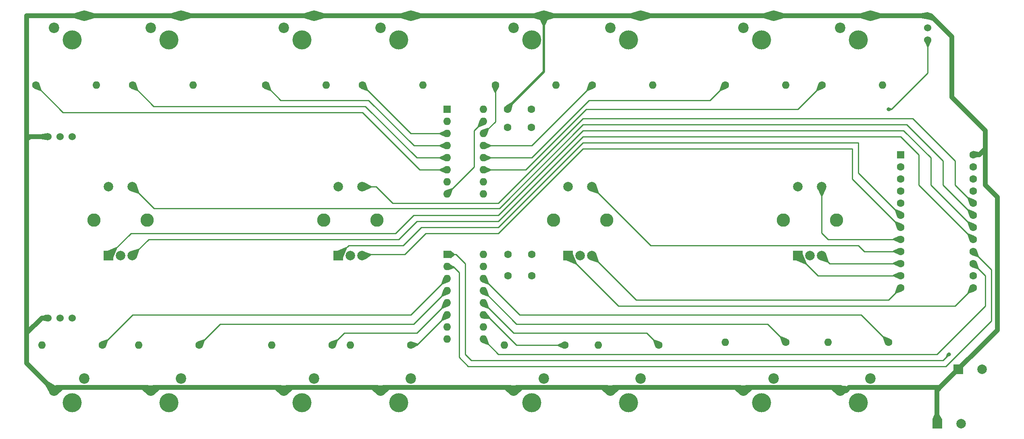
<source format=gtl>
G04 #@! TF.GenerationSoftware,KiCad,Pcbnew,7.0.6*
G04 #@! TF.CreationDate,2023-08-29T18:11:43+02:00*
G04 #@! TF.ProjectId,photo console,70686f74-6f20-4636-9f6e-736f6c652e6b,rev?*
G04 #@! TF.SameCoordinates,Original*
G04 #@! TF.FileFunction,Copper,L1,Top*
G04 #@! TF.FilePolarity,Positive*
%FSLAX46Y46*%
G04 Gerber Fmt 4.6, Leading zero omitted, Abs format (unit mm)*
G04 Created by KiCad (PCBNEW 7.0.6) date 2023-08-29 18:11:43*
%MOMM*%
%LPD*%
G01*
G04 APERTURE LIST*
G04 #@! TA.AperFunction,ComponentPad*
%ADD10C,4.000000*%
G04 #@! TD*
G04 #@! TA.AperFunction,ComponentPad*
%ADD11C,2.200000*%
G04 #@! TD*
G04 #@! TA.AperFunction,ComponentPad*
%ADD12C,1.600000*%
G04 #@! TD*
G04 #@! TA.AperFunction,ComponentPad*
%ADD13O,1.600000X1.600000*%
G04 #@! TD*
G04 #@! TA.AperFunction,ComponentPad*
%ADD14C,1.524000*%
G04 #@! TD*
G04 #@! TA.AperFunction,ComponentPad*
%ADD15R,2.000000X2.000000*%
G04 #@! TD*
G04 #@! TA.AperFunction,ComponentPad*
%ADD16C,2.000000*%
G04 #@! TD*
G04 #@! TA.AperFunction,ComponentPad*
%ADD17C,2.800000*%
G04 #@! TD*
G04 #@! TA.AperFunction,ComponentPad*
%ADD18R,1.600000X1.600000*%
G04 #@! TD*
G04 #@! TA.AperFunction,ViaPad*
%ADD19C,0.800000*%
G04 #@! TD*
G04 #@! TA.AperFunction,Conductor*
%ADD20C,0.250000*%
G04 #@! TD*
G04 #@! TA.AperFunction,Conductor*
%ADD21C,0.500000*%
G04 #@! TD*
G04 #@! TA.AperFunction,Conductor*
%ADD22C,1.000000*%
G04 #@! TD*
G04 APERTURE END LIST*
D10*
X215900000Y-127000000D03*
D11*
X218440000Y-121920000D03*
X212090000Y-124460000D03*
D10*
X195580000Y-127000000D03*
D11*
X198120000Y-121920000D03*
X191770000Y-124460000D03*
D10*
X167640000Y-127000000D03*
D11*
X170180000Y-121920000D03*
X163830000Y-124460000D03*
D10*
X147320000Y-127000000D03*
D11*
X149860000Y-121920000D03*
X143510000Y-124460000D03*
D10*
X119380000Y-127000000D03*
D11*
X121920000Y-121920000D03*
X115570000Y-124460000D03*
D10*
X99060000Y-127000000D03*
D11*
X101600000Y-121920000D03*
X95250000Y-124460000D03*
D10*
X71120000Y-127000000D03*
D11*
X73660000Y-121920000D03*
X67310000Y-124460000D03*
D10*
X50800000Y-127000000D03*
D11*
X53340000Y-121920000D03*
X46990000Y-124460000D03*
D10*
X215900000Y-50800000D03*
D11*
X218440000Y-45720000D03*
X212090000Y-48260000D03*
D10*
X195580000Y-50800000D03*
D11*
X198120000Y-45720000D03*
X191770000Y-48260000D03*
D10*
X167640000Y-50800000D03*
D11*
X170180000Y-45720000D03*
X163830000Y-48260000D03*
D10*
X147320000Y-50800000D03*
D11*
X149860000Y-45720000D03*
X143510000Y-48260000D03*
D10*
X119380000Y-50800000D03*
D11*
X121920000Y-45720000D03*
X115570000Y-48260000D03*
D10*
X99060000Y-50800000D03*
D11*
X101600000Y-45720000D03*
X95250000Y-48260000D03*
D10*
X71120000Y-50800000D03*
D11*
X73660000Y-45720000D03*
X67310000Y-48260000D03*
D10*
X50800000Y-50800000D03*
D11*
X53340000Y-45720000D03*
X46990000Y-48260000D03*
D12*
X173990000Y-114935000D03*
D13*
X161290000Y-114935000D03*
D12*
X200660000Y-114300000D03*
D13*
X187960000Y-114300000D03*
D14*
X45720000Y-71120000D03*
X48260000Y-71120000D03*
X50800000Y-71120000D03*
D12*
X142320000Y-100330000D03*
X147320000Y-100330000D03*
X208280000Y-60325000D03*
D13*
X220980000Y-60325000D03*
D12*
X105410000Y-114935000D03*
D13*
X92710000Y-114935000D03*
D12*
X111760000Y-60325000D03*
D13*
X124460000Y-60325000D03*
D12*
X43180000Y-60325000D03*
D13*
X55880000Y-60325000D03*
D12*
X222250000Y-114300000D03*
D13*
X209550000Y-114300000D03*
D15*
X236935000Y-120015000D03*
D16*
X241935000Y-120015000D03*
D12*
X91440000Y-60325000D03*
D13*
X104140000Y-60325000D03*
D15*
X106720000Y-96150000D03*
D16*
X111720000Y-96150000D03*
X109220000Y-96150000D03*
D17*
X103620000Y-88650000D03*
X114820000Y-88650000D03*
D16*
X106720000Y-81650000D03*
X111720000Y-81650000D03*
D15*
X154980000Y-96150000D03*
D16*
X159980000Y-96150000D03*
X157480000Y-96150000D03*
D17*
X151880000Y-88650000D03*
X163080000Y-88650000D03*
D16*
X154980000Y-81650000D03*
X159980000Y-81650000D03*
D14*
X45720000Y-109220000D03*
X48260000Y-109220000D03*
X50800000Y-109220000D03*
D15*
X232490000Y-131445000D03*
D16*
X237490000Y-131445000D03*
D15*
X58460000Y-96150000D03*
D16*
X63460000Y-96150000D03*
X60960000Y-96150000D03*
D17*
X55360000Y-88650000D03*
X66560000Y-88650000D03*
D16*
X58460000Y-81650000D03*
X63460000Y-81650000D03*
D12*
X57150000Y-114935000D03*
D13*
X44450000Y-114935000D03*
D14*
X230505000Y-45720000D03*
X230505000Y-48260000D03*
X230505000Y-50800000D03*
D12*
X187960000Y-60325000D03*
D13*
X200660000Y-60325000D03*
D12*
X139700000Y-60325000D03*
D13*
X152400000Y-60325000D03*
D12*
X154305000Y-114935000D03*
D13*
X141605000Y-114935000D03*
D12*
X77470000Y-114935000D03*
D13*
X64770000Y-114935000D03*
D18*
X129540000Y-65405000D03*
D13*
X129540000Y-67945000D03*
X129540000Y-70485000D03*
X129540000Y-73025000D03*
X129540000Y-75565000D03*
X129540000Y-78105000D03*
X129540000Y-80645000D03*
X129540000Y-83185000D03*
X137160000Y-83185000D03*
X137160000Y-80645000D03*
X137160000Y-78105000D03*
X137160000Y-75565000D03*
X137160000Y-73025000D03*
X137160000Y-70485000D03*
X137160000Y-67945000D03*
X137160000Y-65405000D03*
D12*
X63500000Y-60325000D03*
D13*
X76200000Y-60325000D03*
D12*
X160020000Y-60325000D03*
D13*
X172720000Y-60325000D03*
D12*
X121920000Y-114935000D03*
D13*
X109220000Y-114935000D03*
D18*
X129540000Y-95885000D03*
D13*
X129540000Y-98425000D03*
X129540000Y-100965000D03*
X129540000Y-103505000D03*
X129540000Y-106045000D03*
X129540000Y-108585000D03*
X129540000Y-111125000D03*
X129540000Y-113665000D03*
X137160000Y-113665000D03*
X137160000Y-111125000D03*
X137160000Y-108585000D03*
X137160000Y-106045000D03*
X137160000Y-103505000D03*
X137160000Y-100965000D03*
X137160000Y-98425000D03*
X137160000Y-95885000D03*
D18*
X224790000Y-74930000D03*
D12*
X224790000Y-77470000D03*
X224790000Y-80010000D03*
X224790000Y-82550000D03*
X224790000Y-85090000D03*
X224790000Y-87630000D03*
X224790000Y-90170000D03*
X224790000Y-92710000D03*
X224790000Y-95250000D03*
X224790000Y-97790000D03*
X224790000Y-100330000D03*
X224790000Y-102870000D03*
X240030000Y-102870000D03*
X240030000Y-100330000D03*
X240030000Y-97790000D03*
X240030000Y-95250000D03*
X240030000Y-92710000D03*
X240030000Y-90170000D03*
X240030000Y-87630000D03*
X240030000Y-85090000D03*
X240030000Y-82550000D03*
X240030000Y-80010000D03*
X240030000Y-77470000D03*
X240030000Y-74930000D03*
X142240000Y-69215000D03*
X147240000Y-69215000D03*
D15*
X203240000Y-96150000D03*
D16*
X208240000Y-96150000D03*
X205740000Y-96150000D03*
D17*
X200140000Y-88650000D03*
X211340000Y-88650000D03*
D16*
X203240000Y-81650000D03*
X208240000Y-81650000D03*
D12*
X142320000Y-95885000D03*
X147320000Y-95885000D03*
X142240000Y-65405000D03*
X147240000Y-65405000D03*
D19*
X234950000Y-116840000D03*
X222250000Y-65405000D03*
D20*
X123825000Y-78105000D02*
X129535000Y-78105000D01*
X48895000Y-66040000D02*
X111760000Y-66040000D01*
X43180000Y-60325000D02*
X48895000Y-66040000D01*
X111760000Y-66040000D02*
X123825000Y-78105000D01*
X123205000Y-75580000D02*
X112395000Y-64770000D01*
X112395000Y-64770000D02*
X67945000Y-64770000D01*
X67945000Y-64770000D02*
X63500000Y-60325000D01*
X129550000Y-75580000D02*
X123205000Y-75580000D01*
X113030000Y-63500000D02*
X94615000Y-63500000D01*
X94615000Y-63500000D02*
X91440000Y-60325000D01*
X129550000Y-73040000D02*
X122570000Y-73040000D01*
X122570000Y-73040000D02*
X113030000Y-63500000D01*
X129550000Y-70500000D02*
X121935000Y-70500000D01*
X121935000Y-70500000D02*
X111760000Y-60325000D01*
X184785000Y-63500000D02*
X159385000Y-63500000D01*
X159385000Y-63500000D02*
X147320000Y-75565000D01*
X137185000Y-75565000D02*
X137170000Y-75580000D01*
X187960000Y-60325000D02*
X184785000Y-63500000D01*
X147320000Y-75565000D02*
X137185000Y-75565000D01*
X137170000Y-78120000D02*
X137185000Y-78105000D01*
X146050000Y-78105000D02*
X158750000Y-65405000D01*
X203200000Y-65405000D02*
X208280000Y-60325000D01*
X158750000Y-65405000D02*
X203200000Y-65405000D01*
X137185000Y-78105000D02*
X146050000Y-78105000D01*
X105410000Y-114935000D02*
X107950000Y-112395000D01*
X107950000Y-112395000D02*
X123190000Y-112395000D01*
X123190000Y-112395000D02*
X129540000Y-106045000D01*
X122555000Y-110490000D02*
X81915000Y-110490000D01*
X129540000Y-103505000D02*
X122555000Y-110490000D01*
X81915000Y-110490000D02*
X77470000Y-114935000D01*
X121920000Y-108585000D02*
X129540000Y-100965000D01*
X63500000Y-108585000D02*
X121920000Y-108585000D01*
X57150000Y-114935000D02*
X63500000Y-108585000D01*
X144780000Y-108585000D02*
X137160000Y-100965000D01*
X222250000Y-114300000D02*
X216535000Y-108585000D01*
X216535000Y-108585000D02*
X144780000Y-108585000D01*
X144145000Y-110490000D02*
X196850000Y-110490000D01*
X137160000Y-103505000D02*
X144145000Y-110490000D01*
X196850000Y-110490000D02*
X200660000Y-114300000D01*
X143510000Y-112395000D02*
X171450000Y-112395000D01*
X171450000Y-112395000D02*
X173990000Y-114935000D01*
X137160000Y-106045000D02*
X143510000Y-112395000D01*
X144145000Y-114935000D02*
X137795000Y-108585000D01*
X137795000Y-108585000D02*
X137160000Y-108585000D01*
X154305000Y-114935000D02*
X144145000Y-114935000D01*
X172310000Y-93980000D02*
X159980000Y-81650000D01*
X217170000Y-95250000D02*
X224790000Y-95250000D01*
X215900000Y-93980000D02*
X172310000Y-93980000D01*
X215900000Y-93980000D02*
X217170000Y-95250000D01*
X209880000Y-97790000D02*
X208240000Y-96150000D01*
X224790000Y-97790000D02*
X209880000Y-97790000D01*
X242570000Y-106680000D02*
X232410000Y-116840000D01*
X242570000Y-100330000D02*
X242570000Y-106680000D01*
X240030000Y-97790000D02*
X242570000Y-100330000D01*
X140335000Y-116840000D02*
X137160000Y-113665000D01*
X232410000Y-116840000D02*
X140335000Y-116840000D01*
X207420000Y-100330000D02*
X203240000Y-96150000D01*
X224790000Y-100330000D02*
X207420000Y-100330000D01*
X208240000Y-91400000D02*
X208240000Y-81650000D01*
X209550000Y-92710000D02*
X224790000Y-92710000D01*
X209550000Y-92710000D02*
X208240000Y-91400000D01*
X236220000Y-106680000D02*
X165510000Y-106680000D01*
X165510000Y-106680000D02*
X154980000Y-96150000D01*
X240030000Y-102870000D02*
X236220000Y-106680000D01*
X159980000Y-96150000D02*
X169240000Y-105410000D01*
X222250000Y-105410000D02*
X224790000Y-102870000D01*
X169240000Y-105410000D02*
X222250000Y-105410000D01*
X130810000Y-98425000D02*
X132080000Y-99695000D01*
X243840000Y-99060000D02*
X240030000Y-95250000D01*
X234315000Y-119380000D02*
X243840000Y-109855000D01*
X132080000Y-117475000D02*
X133985000Y-119380000D01*
X132080000Y-99695000D02*
X132080000Y-117475000D01*
X243840000Y-109855000D02*
X243840000Y-99060000D01*
X129540000Y-98425000D02*
X130810000Y-98425000D01*
X133985000Y-119380000D02*
X234315000Y-119380000D01*
X133350000Y-97790000D02*
X131445000Y-95885000D01*
X134620000Y-118110000D02*
X133350000Y-116840000D01*
X133350000Y-116840000D02*
X133350000Y-97790000D01*
X131445000Y-95885000D02*
X129540000Y-95885000D01*
X233680000Y-118110000D02*
X134620000Y-118110000D01*
X234950000Y-116840000D02*
X233680000Y-118110000D01*
X139700000Y-67970000D02*
X137170000Y-70500000D01*
X139700000Y-60325000D02*
X139700000Y-67970000D01*
X160020000Y-60325000D02*
X147305000Y-73040000D01*
X147305000Y-73040000D02*
X137170000Y-73040000D01*
X121920000Y-114935000D02*
X123190000Y-114935000D01*
X123190000Y-114935000D02*
X129540000Y-108585000D01*
X140335000Y-90170000D02*
X158115000Y-72390000D01*
X215900000Y-78740000D02*
X215900000Y-72390000D01*
X124143198Y-90170000D02*
X140335000Y-90170000D01*
X108890000Y-93980000D02*
X120333198Y-93980000D01*
X120333198Y-93980000D02*
X124143198Y-90170000D01*
X158115000Y-72390000D02*
X215900000Y-72390000D01*
X224790000Y-87630000D02*
X215900000Y-78740000D01*
X106720000Y-96150000D02*
X108890000Y-93980000D01*
X120650000Y-95885000D02*
X125095000Y-91440000D01*
X140335000Y-91440000D02*
X158115000Y-73660000D01*
X158115000Y-73660000D02*
X214630000Y-73660000D01*
X224790000Y-90170000D02*
X214630000Y-80010000D01*
X125095000Y-91440000D02*
X140335000Y-91440000D01*
X111720000Y-96150000D02*
X111985000Y-95885000D01*
X111985000Y-95885000D02*
X120650000Y-95885000D01*
X214630000Y-80010000D02*
X214630000Y-73660000D01*
X158115000Y-69850000D02*
X225426396Y-69850000D01*
X58460000Y-96150000D02*
X63170000Y-91440000D01*
X231140000Y-75563604D02*
X231140000Y-81280000D01*
X225426396Y-69850000D02*
X231140000Y-75563604D01*
X118745000Y-91440000D02*
X122555000Y-87630000D01*
X63170000Y-91440000D02*
X118745000Y-91440000D01*
X140335000Y-87630000D02*
X158115000Y-69850000D01*
X231140000Y-81280000D02*
X240030000Y-90170000D01*
X122555000Y-87630000D02*
X140335000Y-87630000D01*
X140335000Y-88900000D02*
X123190000Y-88900000D01*
X228600000Y-81280000D02*
X228600000Y-74930000D01*
X123190000Y-88900000D02*
X119380000Y-92710000D01*
X158115000Y-71120000D02*
X140335000Y-88900000D01*
X119380000Y-92710000D02*
X66900000Y-92710000D01*
X224790000Y-71120000D02*
X158115000Y-71120000D01*
X240030000Y-92710000D02*
X228600000Y-81280000D01*
X66900000Y-92710000D02*
X63460000Y-96150000D01*
X228600000Y-74930000D02*
X224790000Y-71120000D01*
X233680000Y-81280000D02*
X233680000Y-76198604D01*
X240030000Y-87630000D02*
X233680000Y-81280000D01*
X233680000Y-76198604D02*
X226061396Y-68580000D01*
X158115000Y-68580000D02*
X140520000Y-86175000D01*
X67985000Y-86175000D02*
X140520000Y-86175000D01*
X226061396Y-68580000D02*
X158115000Y-68580000D01*
X63460000Y-81650000D02*
X67985000Y-86175000D01*
X158115000Y-67310000D02*
X140335000Y-85090000D01*
X236220000Y-76200000D02*
X227330000Y-67310000D01*
X227330000Y-67310000D02*
X158115000Y-67310000D01*
X114670000Y-81650000D02*
X118110000Y-85090000D01*
X111720000Y-81650000D02*
X114670000Y-81650000D01*
X236220000Y-81280000D02*
X236220000Y-76200000D01*
X140335000Y-85090000D02*
X118110000Y-85090000D01*
X240030000Y-85090000D02*
X236220000Y-81280000D01*
D21*
X149860000Y-45720000D02*
X149860000Y-57480000D01*
D22*
X231140000Y-45720000D02*
X230505000Y-45720000D01*
X191770000Y-124460000D02*
X191135000Y-123825000D01*
X212090000Y-124460000D02*
X211455000Y-123825000D01*
X213360000Y-124460000D02*
X213995000Y-123825000D01*
X41910000Y-71120000D02*
X45720000Y-71120000D01*
X218440000Y-45720000D02*
X198120000Y-45720000D01*
X198120000Y-45720000D02*
X170180000Y-45720000D01*
X164465000Y-123825000D02*
X163830000Y-124460000D01*
X121920000Y-45720000D02*
X149860000Y-45720000D01*
X191135000Y-123825000D02*
X164465000Y-123825000D01*
X143510000Y-124460000D02*
X142875000Y-123825000D01*
X212217000Y-123825000D02*
X212852000Y-124460000D01*
X242570000Y-81280000D02*
X242570000Y-73660000D01*
D21*
X149860000Y-57480000D02*
X142240000Y-65100000D01*
D22*
X94615000Y-123825000D02*
X67945000Y-123825000D01*
X73660000Y-45720000D02*
X101600000Y-45720000D01*
X210820000Y-123825000D02*
X210185000Y-123825000D01*
X41275000Y-112395000D02*
X41275000Y-118745000D01*
X230505000Y-45720000D02*
X218440000Y-45720000D01*
X210820000Y-123825000D02*
X192405000Y-123825000D01*
X212090000Y-124460000D02*
X213360000Y-124460000D01*
X95250000Y-124460000D02*
X94615000Y-123825000D01*
X235585000Y-50165000D02*
X231140000Y-45720000D01*
X53340000Y-45720000D02*
X41275000Y-45720000D01*
X114935000Y-123825000D02*
X95885000Y-123825000D01*
X41275000Y-71120000D02*
X41275000Y-112395000D01*
X241300000Y-74930000D02*
X240030000Y-74930000D01*
X47625000Y-123825000D02*
X46990000Y-124460000D01*
X44450000Y-109220000D02*
X45720000Y-109220000D01*
X41275000Y-45720000D02*
X41275000Y-71755000D01*
X116205000Y-123825000D02*
X115570000Y-124460000D01*
X242570000Y-69850000D02*
X235585000Y-62865000D01*
X242570000Y-73660000D02*
X242570000Y-69850000D01*
X233045000Y-123825000D02*
X233362500Y-123507500D01*
X115570000Y-124460000D02*
X114935000Y-123825000D01*
X233362500Y-123507500D02*
X245110000Y-111760000D01*
X242570000Y-81280000D02*
X245110000Y-83820000D01*
X144145000Y-123825000D02*
X143510000Y-124460000D01*
X192405000Y-123825000D02*
X191770000Y-124460000D01*
X163830000Y-124460000D02*
X163195000Y-123825000D01*
X67310000Y-124460000D02*
X66675000Y-123825000D01*
X41275000Y-112395000D02*
X44450000Y-109220000D01*
X66675000Y-123825000D02*
X47625000Y-123825000D01*
X210185000Y-123825000D02*
X212217000Y-123825000D01*
X101600000Y-45720000D02*
X121920000Y-45720000D01*
X245110000Y-111760000D02*
X245110000Y-83820000D01*
X211455000Y-123825000D02*
X210820000Y-123825000D01*
X163195000Y-123825000D02*
X144145000Y-123825000D01*
X142875000Y-123825000D02*
X116205000Y-123825000D01*
X41275000Y-71755000D02*
X41910000Y-71120000D01*
X53340000Y-45720000D02*
X73660000Y-45720000D01*
X170180000Y-45720000D02*
X149860000Y-45720000D01*
X67945000Y-123825000D02*
X67310000Y-124460000D01*
X232410000Y-124460000D02*
X232410000Y-131365000D01*
X235585000Y-62865000D02*
X235585000Y-50165000D01*
X41275000Y-118745000D02*
X46990000Y-124460000D01*
X95885000Y-123825000D02*
X95250000Y-124460000D01*
X213995000Y-123825000D02*
X233045000Y-123825000D01*
X242570000Y-73660000D02*
X241300000Y-74930000D01*
X232410000Y-131365000D02*
X232490000Y-131445000D01*
X232410000Y-124460000D02*
X233362500Y-123507500D01*
D20*
X135255000Y-69850000D02*
X135255000Y-77470000D01*
X137160000Y-67945000D02*
X135255000Y-69850000D01*
X135255000Y-77470000D02*
X129540000Y-83185000D01*
X222250000Y-65405000D02*
X222885000Y-65405000D01*
X222885000Y-65405000D02*
X230505000Y-57785000D01*
X230505000Y-57785000D02*
X230505000Y-50800000D01*
G04 #@! TA.AperFunction,Conductor*
G36*
X55431684Y-45217487D02*
G01*
X55438613Y-45223161D01*
X55440000Y-45228687D01*
X55440000Y-46211312D01*
X55436573Y-46219585D01*
X55431684Y-46222512D01*
X53795163Y-46717018D01*
X53786253Y-46716131D01*
X53781096Y-46710587D01*
X53341126Y-45724765D01*
X53340884Y-45715817D01*
X53341114Y-45715262D01*
X53781096Y-44729411D01*
X53787596Y-44723254D01*
X53795162Y-44722981D01*
X55431684Y-45217487D01*
G37*
G04 #@! TD.AperFunction*
G04 #@! TA.AperFunction,Conductor*
G36*
X207552252Y-60023541D02*
G01*
X207568939Y-60030431D01*
X208276212Y-60322437D01*
X208282551Y-60328762D01*
X208282562Y-60328787D01*
X208581456Y-61052743D01*
X208581445Y-61061698D01*
X208575106Y-61068023D01*
X208574568Y-61068229D01*
X207243987Y-61542275D01*
X207235043Y-61541824D01*
X207231787Y-61539527D01*
X207065472Y-61373212D01*
X207062045Y-61364939D01*
X207062722Y-61361018D01*
X207536771Y-60030428D01*
X207542774Y-60023788D01*
X207551718Y-60023337D01*
X207552252Y-60023541D01*
G37*
G04 #@! TD.AperFunction*
G04 #@! TA.AperFunction,Conductor*
G36*
X160901291Y-95772094D02*
G01*
X160907618Y-95778432D01*
X160907886Y-95779145D01*
X161480269Y-97468939D01*
X161479677Y-97477875D01*
X161477460Y-97480966D01*
X161310966Y-97647460D01*
X161302693Y-97650887D01*
X161298939Y-97650269D01*
X159609145Y-97077886D01*
X159602409Y-97071986D01*
X159601817Y-97063050D01*
X159602077Y-97062357D01*
X159977438Y-96153782D01*
X159983764Y-96147446D01*
X159983767Y-96147444D01*
X160892338Y-95772085D01*
X160901291Y-95772094D01*
G37*
G04 #@! TD.AperFunction*
G04 #@! TA.AperFunction,Conductor*
G36*
X238993982Y-86412723D02*
G01*
X240324569Y-86886771D01*
X240331211Y-86892774D01*
X240331662Y-86901718D01*
X240331456Y-86902256D01*
X240032562Y-87626212D01*
X240026237Y-87632551D01*
X240026212Y-87632562D01*
X239302256Y-87931456D01*
X239293301Y-87931445D01*
X239286976Y-87925106D01*
X239286780Y-87924596D01*
X238812724Y-86593984D01*
X238813175Y-86585043D01*
X238815469Y-86581790D01*
X238981788Y-86415471D01*
X238990060Y-86412045D01*
X238993982Y-86412723D01*
G37*
G04 #@! TD.AperFunction*
G04 #@! TA.AperFunction,Conductor*
G36*
X78514956Y-113718175D02*
G01*
X78518212Y-113720472D01*
X78684527Y-113886787D01*
X78687954Y-113895060D01*
X78687275Y-113898987D01*
X78213229Y-115229568D01*
X78207225Y-115236211D01*
X78198281Y-115236662D01*
X78197743Y-115236456D01*
X77473787Y-114937562D01*
X77467448Y-114931237D01*
X77467437Y-114931212D01*
X77168543Y-114207256D01*
X77168554Y-114198301D01*
X77174893Y-114191976D01*
X77175389Y-114191785D01*
X78506014Y-113717724D01*
X78514956Y-113718175D01*
G37*
G04 #@! TD.AperFunction*
G04 #@! TA.AperFunction,Conductor*
G36*
X137476724Y-74830932D02*
G01*
X137477240Y-74831161D01*
X138753317Y-75436828D01*
X138759321Y-75443471D01*
X138760000Y-75447398D01*
X138760000Y-75682601D01*
X138756573Y-75690874D01*
X138753317Y-75693171D01*
X137477251Y-76298833D01*
X137468307Y-76299284D01*
X137461664Y-76293280D01*
X137461430Y-76292753D01*
X137410604Y-76170448D01*
X137160864Y-75569487D01*
X137160854Y-75560538D01*
X137461430Y-74837245D01*
X137467769Y-74830921D01*
X137476724Y-74830932D01*
G37*
G04 #@! TD.AperFunction*
G04 #@! TA.AperFunction,Conductor*
G36*
X172271684Y-45217487D02*
G01*
X172278613Y-45223161D01*
X172280000Y-45228687D01*
X172280000Y-46211312D01*
X172276573Y-46219585D01*
X172271684Y-46222512D01*
X170635163Y-46717018D01*
X170626253Y-46716131D01*
X170621096Y-46710587D01*
X170181126Y-45724765D01*
X170180884Y-45715817D01*
X170181114Y-45715262D01*
X170621096Y-44729411D01*
X170627596Y-44723254D01*
X170635162Y-44722981D01*
X172271684Y-45217487D01*
G37*
G04 #@! TD.AperFunction*
G04 #@! TA.AperFunction,Conductor*
G36*
X155977935Y-95740346D02*
G01*
X155984261Y-95746684D01*
X155984344Y-95746889D01*
X156772706Y-97761593D01*
X156772529Y-97770546D01*
X156770083Y-97774129D01*
X156604129Y-97940083D01*
X156595856Y-97943510D01*
X156591593Y-97942706D01*
X154576890Y-97154344D01*
X154570434Y-97148138D01*
X154570257Y-97139185D01*
X154570310Y-97139053D01*
X154977438Y-96153780D01*
X154983759Y-96147447D01*
X155968981Y-95740339D01*
X155977935Y-95740346D01*
G37*
G04 #@! TD.AperFunction*
G04 #@! TA.AperFunction,Conductor*
G36*
X130348211Y-95091928D02*
G01*
X131135845Y-95756494D01*
X131139958Y-95764448D01*
X131140000Y-95765436D01*
X131140000Y-96004563D01*
X131136573Y-96012836D01*
X131135845Y-96013505D01*
X130348211Y-96678071D01*
X130339678Y-96680787D01*
X130332398Y-96677407D01*
X129872564Y-96218148D01*
X129547287Y-95893277D01*
X129543856Y-95885007D01*
X129547278Y-95876732D01*
X129547288Y-95876722D01*
X129658713Y-95765436D01*
X130332398Y-95092591D01*
X130340673Y-95089170D01*
X130348211Y-95091928D01*
G37*
G04 #@! TD.AperFunction*
G04 #@! TA.AperFunction,Conductor*
G36*
X121473746Y-44723868D02*
G01*
X121478903Y-44729412D01*
X121701728Y-45228687D01*
X121918872Y-45715231D01*
X121919115Y-45724182D01*
X121918872Y-45724767D01*
X121478904Y-46710586D01*
X121472403Y-46716745D01*
X121464836Y-46717018D01*
X119828316Y-46222512D01*
X119821387Y-46216838D01*
X119820000Y-46211312D01*
X119820000Y-45228687D01*
X119823427Y-45220414D01*
X119828315Y-45217487D01*
X121464837Y-44722981D01*
X121473746Y-44723868D01*
G37*
G04 #@! TD.AperFunction*
G04 #@! TA.AperFunction,Conductor*
G36*
X112113185Y-80731335D02*
G01*
X112113860Y-80731641D01*
X113713482Y-81521780D01*
X113719382Y-81528516D01*
X113720000Y-81532270D01*
X113720000Y-81767729D01*
X113716573Y-81776002D01*
X113713482Y-81778219D01*
X112113880Y-82568349D01*
X112104944Y-82568941D01*
X112098208Y-82563041D01*
X112097893Y-82562346D01*
X112084594Y-82530323D01*
X111720862Y-81654485D01*
X111720854Y-81645535D01*
X112097893Y-80737652D01*
X112104231Y-80731326D01*
X112113185Y-80731335D01*
G37*
G04 #@! TD.AperFunction*
G04 #@! TA.AperFunction,Conductor*
G36*
X200211684Y-45217487D02*
G01*
X200218613Y-45223161D01*
X200220000Y-45228687D01*
X200220000Y-46211312D01*
X200216573Y-46219585D01*
X200211684Y-46222512D01*
X198575163Y-46717018D01*
X198566253Y-46716131D01*
X198561096Y-46710587D01*
X198121126Y-45724765D01*
X198120884Y-45715817D01*
X198121114Y-45715262D01*
X198561096Y-44729411D01*
X198567596Y-44723254D01*
X198575162Y-44722981D01*
X200211684Y-45217487D01*
G37*
G04 #@! TD.AperFunction*
G04 #@! TA.AperFunction,Conductor*
G36*
X128812252Y-103203541D02*
G01*
X128828939Y-103210431D01*
X129536212Y-103502437D01*
X129542551Y-103508762D01*
X129542562Y-103508787D01*
X129841456Y-104232743D01*
X129841445Y-104241698D01*
X129835106Y-104248023D01*
X129834568Y-104248229D01*
X128503987Y-104722275D01*
X128495043Y-104721824D01*
X128491787Y-104719527D01*
X128325472Y-104553212D01*
X128322045Y-104544939D01*
X128322722Y-104541018D01*
X128796771Y-103210428D01*
X128802774Y-103203788D01*
X128811718Y-103203337D01*
X128812252Y-103203541D01*
G37*
G04 #@! TD.AperFunction*
G04 #@! TA.AperFunction,Conductor*
G36*
X240766698Y-97488554D02*
G01*
X240773023Y-97494893D01*
X240773227Y-97495426D01*
X241141495Y-98529104D01*
X241247275Y-98826012D01*
X241246824Y-98834956D01*
X241244527Y-98838212D01*
X241078212Y-99004527D01*
X241069939Y-99007954D01*
X241066013Y-99007275D01*
X239735430Y-98533228D01*
X239728788Y-98527225D01*
X239728337Y-98518281D01*
X239728536Y-98517760D01*
X240027438Y-97793785D01*
X240033762Y-97787448D01*
X240033764Y-97787446D01*
X240757744Y-97488543D01*
X240766698Y-97488554D01*
G37*
G04 #@! TD.AperFunction*
G04 #@! TA.AperFunction,Conductor*
G36*
X45715070Y-70362325D02*
G01*
X45719849Y-70369898D01*
X45720018Y-70371865D01*
X45721000Y-71120000D01*
X45720018Y-71868134D01*
X45716580Y-71876403D01*
X45708303Y-71879819D01*
X45706336Y-71879650D01*
X44205718Y-71621670D01*
X44198145Y-71616891D01*
X44196000Y-71610139D01*
X44196000Y-70629860D01*
X44199427Y-70621587D01*
X44205717Y-70618329D01*
X45706336Y-70360349D01*
X45715070Y-70362325D01*
G37*
G04 #@! TD.AperFunction*
G04 #@! TA.AperFunction,Conductor*
G36*
X129238331Y-72296727D02*
G01*
X129238618Y-72297363D01*
X129539134Y-73020510D01*
X129539144Y-73029463D01*
X129539135Y-73029485D01*
X129539134Y-73029490D01*
X129238529Y-73752851D01*
X129232190Y-73759176D01*
X129223235Y-73759165D01*
X129222800Y-73758974D01*
X127949759Y-73168144D01*
X127943697Y-73161552D01*
X127942984Y-73157531D01*
X127942984Y-72922313D01*
X127946411Y-72914040D01*
X127949558Y-72911796D01*
X129222690Y-72291335D01*
X129231627Y-72290792D01*
X129238331Y-72296727D01*
G37*
G04 #@! TD.AperFunction*
G04 #@! TA.AperFunction,Conductor*
G36*
X103691684Y-45217487D02*
G01*
X103698613Y-45223161D01*
X103700000Y-45228687D01*
X103700000Y-46211312D01*
X103696573Y-46219585D01*
X103691684Y-46222512D01*
X102055163Y-46717018D01*
X102046253Y-46716131D01*
X102041096Y-46710587D01*
X101601126Y-45724765D01*
X101600884Y-45715816D01*
X101601108Y-45715275D01*
X102041096Y-44729411D01*
X102047596Y-44723254D01*
X102055162Y-44722981D01*
X103691684Y-45217487D01*
G37*
G04 #@! TD.AperFunction*
G04 #@! TA.AperFunction,Conductor*
G36*
X210228719Y-123325341D02*
G01*
X211997965Y-123375911D01*
X212006135Y-123379572D01*
X212009295Y-123386717D01*
X212090591Y-124454635D01*
X212087802Y-124463144D01*
X212087193Y-124463801D01*
X211319738Y-125230271D01*
X211311462Y-125233693D01*
X211303980Y-125230981D01*
X210220966Y-124328508D01*
X210216804Y-124320580D01*
X210216756Y-124319520D01*
X210216756Y-123337038D01*
X210220183Y-123328765D01*
X210228456Y-123325338D01*
X210228719Y-123325341D01*
G37*
G04 #@! TD.AperFunction*
G04 #@! TA.AperFunction,Conductor*
G36*
X223753982Y-86412723D02*
G01*
X225084569Y-86886771D01*
X225091211Y-86892774D01*
X225091662Y-86901718D01*
X225091456Y-86902256D01*
X224792562Y-87626212D01*
X224786237Y-87632551D01*
X224786212Y-87632562D01*
X224062256Y-87931456D01*
X224053301Y-87931445D01*
X224046976Y-87925106D01*
X224046780Y-87924596D01*
X223572724Y-86593984D01*
X223573175Y-86585043D01*
X223575469Y-86581790D01*
X223741788Y-86415471D01*
X223750060Y-86412045D01*
X223753982Y-86412723D01*
G37*
G04 #@! TD.AperFunction*
G04 #@! TA.AperFunction,Conductor*
G36*
X129238331Y-69756727D02*
G01*
X129238618Y-69757363D01*
X129539134Y-70480510D01*
X129539144Y-70489463D01*
X129539135Y-70489485D01*
X129539134Y-70489490D01*
X129238529Y-71212851D01*
X129232190Y-71219176D01*
X129223235Y-71219165D01*
X129222800Y-71218974D01*
X127949759Y-70628144D01*
X127943697Y-70621552D01*
X127942984Y-70617531D01*
X127942984Y-70382313D01*
X127946411Y-70374040D01*
X127949558Y-70371796D01*
X129222690Y-69751335D01*
X129231627Y-69750792D01*
X129238331Y-69756727D01*
G37*
G04 #@! TD.AperFunction*
G04 #@! TA.AperFunction,Conductor*
G36*
X69179577Y-123328532D02*
G01*
X69183239Y-123336704D01*
X69183244Y-123337038D01*
X69183244Y-124319520D01*
X69179817Y-124327793D01*
X69179034Y-124328508D01*
X68096019Y-125230981D01*
X68087469Y-125233645D01*
X68080261Y-125230271D01*
X67312806Y-124463801D01*
X67309374Y-124455531D01*
X67309408Y-124454635D01*
X67319010Y-124328508D01*
X67390703Y-123386716D01*
X67394748Y-123378728D01*
X67402032Y-123375911D01*
X69171212Y-123325343D01*
X69179577Y-123328532D01*
G37*
G04 #@! TD.AperFunction*
G04 #@! TA.AperFunction,Conductor*
G36*
X137476724Y-77370932D02*
G01*
X137477240Y-77371161D01*
X138753317Y-77976828D01*
X138759321Y-77983471D01*
X138760000Y-77987398D01*
X138760000Y-78222601D01*
X138756573Y-78230874D01*
X138753317Y-78233171D01*
X137477251Y-78838833D01*
X137468307Y-78839284D01*
X137461664Y-78833280D01*
X137461430Y-78832753D01*
X137410604Y-78710448D01*
X137160864Y-78109487D01*
X137160854Y-78100538D01*
X137461430Y-77377245D01*
X137467769Y-77370921D01*
X137476724Y-77370932D01*
G37*
G04 #@! TD.AperFunction*
G04 #@! TA.AperFunction,Conductor*
G36*
X130113702Y-97864867D02*
G01*
X131120212Y-98561976D01*
X131125061Y-98569502D01*
X131123167Y-98578255D01*
X131121822Y-98579866D01*
X130956743Y-98744945D01*
X130952592Y-98747622D01*
X129856739Y-99160116D01*
X129847789Y-99159823D01*
X129841810Y-99153649D01*
X129542292Y-98431525D01*
X129542288Y-98422572D01*
X129544833Y-98418766D01*
X130098781Y-97866201D01*
X130107056Y-97862786D01*
X130113702Y-97864867D01*
G37*
G04 #@! TD.AperFunction*
G04 #@! TA.AperFunction,Conductor*
G36*
X223753982Y-88952723D02*
G01*
X225084569Y-89426771D01*
X225091211Y-89432774D01*
X225091662Y-89441718D01*
X225091456Y-89442256D01*
X224792562Y-90166212D01*
X224786237Y-90172551D01*
X224786212Y-90172562D01*
X224062256Y-90471456D01*
X224053301Y-90471445D01*
X224046976Y-90465106D01*
X224046780Y-90464596D01*
X223572724Y-89133984D01*
X223573175Y-89125043D01*
X223575469Y-89121790D01*
X223741788Y-88955471D01*
X223750060Y-88952045D01*
X223753982Y-88952723D01*
G37*
G04 #@! TD.AperFunction*
G04 #@! TA.AperFunction,Conductor*
G36*
X197673746Y-44723868D02*
G01*
X197678904Y-44729413D01*
X198118872Y-45715232D01*
X198119115Y-45724183D01*
X198118872Y-45724768D01*
X197678904Y-46710586D01*
X197672403Y-46716745D01*
X197664836Y-46717018D01*
X196028316Y-46222512D01*
X196021387Y-46216838D01*
X196020000Y-46211312D01*
X196020000Y-45228687D01*
X196023427Y-45220414D01*
X196028315Y-45217487D01*
X197664837Y-44722981D01*
X197673746Y-44723868D01*
G37*
G04 #@! TD.AperFunction*
G04 #@! TA.AperFunction,Conductor*
G36*
X43916698Y-60023554D02*
G01*
X43923023Y-60029893D01*
X43923227Y-60030426D01*
X44291495Y-61064104D01*
X44397275Y-61361012D01*
X44396824Y-61369956D01*
X44394527Y-61373212D01*
X44228212Y-61539527D01*
X44219939Y-61542954D01*
X44216013Y-61542275D01*
X42885430Y-61068228D01*
X42878788Y-61062225D01*
X42878337Y-61053281D01*
X42878536Y-61052760D01*
X43177438Y-60328785D01*
X43183762Y-60322448D01*
X43183764Y-60322446D01*
X43907744Y-60023543D01*
X43916698Y-60023554D01*
G37*
G04 #@! TD.AperFunction*
G04 #@! TA.AperFunction,Conductor*
G36*
X108340546Y-94357470D02*
G01*
X108344129Y-94359916D01*
X108510083Y-94525870D01*
X108513510Y-94534143D01*
X108512706Y-94538406D01*
X107724344Y-96553110D01*
X107718138Y-96559566D01*
X107709185Y-96559743D01*
X107708980Y-96559660D01*
X106723782Y-96152562D01*
X106717446Y-96146238D01*
X106310339Y-95161018D01*
X106310346Y-95152064D01*
X106316684Y-95145738D01*
X106316863Y-95145665D01*
X108331593Y-94357293D01*
X108340546Y-94357470D01*
G37*
G04 #@! TD.AperFunction*
G04 #@! TA.AperFunction,Conductor*
G36*
X193639577Y-123328532D02*
G01*
X193643239Y-123336704D01*
X193643244Y-123337038D01*
X193643244Y-124319520D01*
X193639817Y-124327793D01*
X193639034Y-124328508D01*
X192556019Y-125230981D01*
X192547469Y-125233645D01*
X192540261Y-125230271D01*
X191772806Y-124463801D01*
X191769374Y-124455531D01*
X191769408Y-124454635D01*
X191779010Y-124328508D01*
X191850703Y-123386716D01*
X191854748Y-123378728D01*
X191862032Y-123375911D01*
X193631212Y-123325343D01*
X193639577Y-123328532D01*
G37*
G04 #@! TD.AperFunction*
G04 #@! TA.AperFunction,Conductor*
G36*
X45426903Y-108520158D02*
G01*
X45432638Y-108526212D01*
X45718842Y-109214806D01*
X45718853Y-109223761D01*
X45718845Y-109223780D01*
X45432120Y-109915014D01*
X45425785Y-109921343D01*
X45418883Y-109921976D01*
X44627339Y-109753878D01*
X44621496Y-109750706D01*
X43929999Y-109059209D01*
X43926572Y-109050936D01*
X43929999Y-109042663D01*
X43934400Y-109039895D01*
X45417963Y-108519662D01*
X45426903Y-108520158D01*
G37*
G04 #@! TD.AperFunction*
G04 #@! TA.AperFunction,Conductor*
G36*
X64236698Y-60023554D02*
G01*
X64243023Y-60029893D01*
X64243227Y-60030426D01*
X64611495Y-61064104D01*
X64717275Y-61361012D01*
X64716824Y-61369956D01*
X64714527Y-61373212D01*
X64548212Y-61539527D01*
X64539939Y-61542954D01*
X64536013Y-61542275D01*
X63205430Y-61068228D01*
X63198788Y-61062225D01*
X63198337Y-61053281D01*
X63198536Y-61052760D01*
X63497438Y-60328785D01*
X63503762Y-60322448D01*
X63503764Y-60322446D01*
X64227744Y-60023543D01*
X64236698Y-60023554D01*
G37*
G04 #@! TD.AperFunction*
G04 #@! TA.AperFunction,Conductor*
G36*
X129238331Y-74836727D02*
G01*
X129238618Y-74837363D01*
X129539134Y-75560509D01*
X129539145Y-75569464D01*
X129539134Y-75569489D01*
X129238529Y-76292851D01*
X129232190Y-76299176D01*
X129223235Y-76299165D01*
X129222800Y-76298974D01*
X127949759Y-75708144D01*
X127943697Y-75701552D01*
X127942984Y-75697531D01*
X127942984Y-75462313D01*
X127946411Y-75454040D01*
X127949558Y-75451796D01*
X129222690Y-74831335D01*
X129231627Y-74830792D01*
X129238331Y-74836727D01*
G37*
G04 #@! TD.AperFunction*
G04 #@! TA.AperFunction,Conductor*
G36*
X210228719Y-123325341D02*
G01*
X211997965Y-123375911D01*
X212006135Y-123379572D01*
X212009295Y-123386717D01*
X212090591Y-124454635D01*
X212087802Y-124463144D01*
X212087193Y-124463801D01*
X211319738Y-125230271D01*
X211311462Y-125233693D01*
X211303980Y-125230981D01*
X210220966Y-124328508D01*
X210216804Y-124320580D01*
X210216756Y-124319520D01*
X210216756Y-123337038D01*
X210220183Y-123328765D01*
X210228456Y-123325338D01*
X210228719Y-123325341D01*
G37*
G04 #@! TD.AperFunction*
G04 #@! TA.AperFunction,Conductor*
G36*
X165699577Y-123328532D02*
G01*
X165703239Y-123336704D01*
X165703244Y-123337038D01*
X165703244Y-124319520D01*
X165699817Y-124327793D01*
X165699034Y-124328508D01*
X164616019Y-125230981D01*
X164607469Y-125233645D01*
X164600261Y-125230271D01*
X163832806Y-124463801D01*
X163829374Y-124455531D01*
X163829408Y-124454635D01*
X163839010Y-124328508D01*
X163910703Y-123386716D01*
X163914748Y-123378728D01*
X163922032Y-123375911D01*
X165691212Y-123325343D01*
X165699577Y-123328532D01*
G37*
G04 #@! TD.AperFunction*
G04 #@! TA.AperFunction,Conductor*
G36*
X224488335Y-94521719D02*
G01*
X224488569Y-94522246D01*
X224789134Y-95245510D01*
X224789144Y-95254463D01*
X224789135Y-95254485D01*
X224789134Y-95254490D01*
X224488569Y-95977753D01*
X224482230Y-95984078D01*
X224473275Y-95984067D01*
X224472748Y-95983833D01*
X223196683Y-95378171D01*
X223190679Y-95371528D01*
X223190000Y-95367601D01*
X223190000Y-95132398D01*
X223193427Y-95124125D01*
X223196683Y-95121828D01*
X224472749Y-94516165D01*
X224481692Y-94515715D01*
X224488335Y-94521719D01*
G37*
G04 #@! TD.AperFunction*
G04 #@! TA.AperFunction,Conductor*
G36*
X224488335Y-91981719D02*
G01*
X224488569Y-91982246D01*
X224789134Y-92705509D01*
X224789145Y-92714464D01*
X224789134Y-92714489D01*
X224488569Y-93437753D01*
X224482230Y-93444078D01*
X224473275Y-93444067D01*
X224472748Y-93443833D01*
X223196683Y-92838171D01*
X223190679Y-92831528D01*
X223190000Y-92827601D01*
X223190000Y-92592398D01*
X223193427Y-92584125D01*
X223196683Y-92581828D01*
X224472749Y-91976165D01*
X224481692Y-91975715D01*
X224488335Y-91981719D01*
G37*
G04 #@! TD.AperFunction*
G04 #@! TA.AperFunction,Conductor*
G36*
X58194956Y-113718175D02*
G01*
X58198212Y-113720472D01*
X58364527Y-113886787D01*
X58367954Y-113895060D01*
X58367275Y-113898987D01*
X57893229Y-115229568D01*
X57887225Y-115236211D01*
X57878281Y-115236662D01*
X57877743Y-115236456D01*
X57153787Y-114937562D01*
X57147448Y-114931237D01*
X57147437Y-114931212D01*
X56848543Y-114207256D01*
X56848554Y-114198301D01*
X56854893Y-114191976D01*
X56855389Y-114191785D01*
X58186014Y-113717724D01*
X58194956Y-113718175D01*
G37*
G04 #@! TD.AperFunction*
G04 #@! TA.AperFunction,Conductor*
G36*
X136432252Y-67643541D02*
G01*
X136448939Y-67650431D01*
X137156212Y-67942437D01*
X137162551Y-67948762D01*
X137162562Y-67948787D01*
X137461456Y-68672743D01*
X137461445Y-68681698D01*
X137455106Y-68688023D01*
X137454568Y-68688229D01*
X136123987Y-69162275D01*
X136115043Y-69161824D01*
X136111787Y-69159527D01*
X135945472Y-68993212D01*
X135942045Y-68984939D01*
X135942722Y-68981018D01*
X136416771Y-67650428D01*
X136422774Y-67643788D01*
X136431718Y-67643337D01*
X136432252Y-67643541D01*
G37*
G04 #@! TD.AperFunction*
G04 #@! TA.AperFunction,Conductor*
G36*
X137896698Y-103203554D02*
G01*
X137903023Y-103209893D01*
X137903227Y-103210426D01*
X138271495Y-104244104D01*
X138377275Y-104541012D01*
X138376824Y-104549956D01*
X138374527Y-104553212D01*
X138208212Y-104719527D01*
X138199939Y-104722954D01*
X138196013Y-104722275D01*
X136865430Y-104248228D01*
X136858788Y-104242225D01*
X136858337Y-104233281D01*
X136858536Y-104232760D01*
X137157438Y-103508785D01*
X137163762Y-103502448D01*
X137163764Y-103502446D01*
X137887744Y-103203543D01*
X137896698Y-103203554D01*
G37*
G04 #@! TD.AperFunction*
G04 #@! TA.AperFunction,Conductor*
G36*
X117439577Y-123328532D02*
G01*
X117443239Y-123336704D01*
X117443244Y-123337038D01*
X117443244Y-124319520D01*
X117439817Y-124327793D01*
X117439034Y-124328508D01*
X116356019Y-125230981D01*
X116347469Y-125233645D01*
X116340261Y-125230271D01*
X115572806Y-124463801D01*
X115569374Y-124455531D01*
X115569408Y-124454635D01*
X115579010Y-124328508D01*
X115650703Y-123386716D01*
X115654748Y-123378728D01*
X115662032Y-123375911D01*
X117431212Y-123325343D01*
X117439577Y-123328532D01*
G37*
G04 #@! TD.AperFunction*
G04 #@! TA.AperFunction,Conductor*
G36*
X137896698Y-100663554D02*
G01*
X137903023Y-100669893D01*
X137903227Y-100670426D01*
X138271495Y-101704104D01*
X138377275Y-102001012D01*
X138376824Y-102009956D01*
X138374527Y-102013212D01*
X138208212Y-102179527D01*
X138199939Y-102182954D01*
X138196013Y-102182275D01*
X136865430Y-101708228D01*
X136858788Y-101702225D01*
X136858337Y-101693281D01*
X136858536Y-101692760D01*
X137157438Y-100968785D01*
X137163762Y-100962448D01*
X137163764Y-100962446D01*
X137887744Y-100663543D01*
X137896698Y-100663554D01*
G37*
G04 #@! TD.AperFunction*
G04 #@! TA.AperFunction,Conductor*
G36*
X137896698Y-105743554D02*
G01*
X137903023Y-105749893D01*
X137903227Y-105750426D01*
X138271495Y-106784104D01*
X138377275Y-107081012D01*
X138376824Y-107089956D01*
X138374527Y-107093212D01*
X138208212Y-107259527D01*
X138199939Y-107262954D01*
X138196013Y-107262275D01*
X136865430Y-106788228D01*
X136858788Y-106782225D01*
X136858337Y-106773281D01*
X136858536Y-106772760D01*
X137157438Y-106048785D01*
X137163762Y-106042448D01*
X137163764Y-106042446D01*
X137887744Y-105743543D01*
X137896698Y-105743554D01*
G37*
G04 #@! TD.AperFunction*
G04 #@! TA.AperFunction,Conductor*
G36*
X93388719Y-123325341D02*
G01*
X95157965Y-123375911D01*
X95166135Y-123379572D01*
X95169295Y-123386717D01*
X95250591Y-124454635D01*
X95247802Y-124463144D01*
X95247193Y-124463801D01*
X94479738Y-125230271D01*
X94471462Y-125233693D01*
X94463980Y-125230981D01*
X93380966Y-124328508D01*
X93376804Y-124320580D01*
X93376756Y-124319520D01*
X93376756Y-123337038D01*
X93380183Y-123328765D01*
X93388456Y-123325338D01*
X93388719Y-123325341D01*
G37*
G04 #@! TD.AperFunction*
G04 #@! TA.AperFunction,Conductor*
G36*
X112496698Y-60023554D02*
G01*
X112503023Y-60029893D01*
X112503227Y-60030426D01*
X112871495Y-61064104D01*
X112977275Y-61361012D01*
X112976824Y-61369956D01*
X112974527Y-61373212D01*
X112808212Y-61539527D01*
X112799939Y-61542954D01*
X112796013Y-61542275D01*
X111465430Y-61068228D01*
X111458788Y-61062225D01*
X111458337Y-61053281D01*
X111458536Y-61052760D01*
X111757438Y-60328785D01*
X111763762Y-60322448D01*
X111763764Y-60322446D01*
X112487744Y-60023543D01*
X112496698Y-60023554D01*
G37*
G04 #@! TD.AperFunction*
G04 #@! TA.AperFunction,Conductor*
G36*
X123332592Y-114612377D02*
G01*
X123336743Y-114615054D01*
X123501822Y-114780133D01*
X123505249Y-114788406D01*
X123501822Y-114796679D01*
X123500211Y-114798024D01*
X122493703Y-115495131D01*
X122484950Y-115497025D01*
X122478779Y-115493796D01*
X121924836Y-114941236D01*
X121921400Y-114932970D01*
X121922292Y-114928476D01*
X122221811Y-114206348D01*
X122228145Y-114200021D01*
X122236739Y-114199883D01*
X123332592Y-114612377D01*
G37*
G04 #@! TD.AperFunction*
G04 #@! TA.AperFunction,Conductor*
G36*
X221213982Y-113082723D02*
G01*
X222544569Y-113556771D01*
X222551211Y-113562774D01*
X222551662Y-113571718D01*
X222551456Y-113572256D01*
X222252562Y-114296212D01*
X222246237Y-114302551D01*
X222246212Y-114302562D01*
X221522256Y-114601456D01*
X221513301Y-114601445D01*
X221506976Y-114595106D01*
X221506780Y-114594596D01*
X221032724Y-113263984D01*
X221033175Y-113255043D01*
X221035469Y-113251790D01*
X221201788Y-113085471D01*
X221210060Y-113082045D01*
X221213982Y-113082723D01*
G37*
G04 #@! TD.AperFunction*
G04 #@! TA.AperFunction,Conductor*
G36*
X106454956Y-113718175D02*
G01*
X106458212Y-113720472D01*
X106624527Y-113886787D01*
X106627954Y-113895060D01*
X106627275Y-113898987D01*
X106153229Y-115229568D01*
X106147225Y-115236211D01*
X106138281Y-115236662D01*
X106137743Y-115236456D01*
X105413787Y-114937562D01*
X105407448Y-114931237D01*
X105407437Y-114931212D01*
X105108543Y-114207256D01*
X105108554Y-114198301D01*
X105114893Y-114191976D01*
X105115389Y-114191785D01*
X106446014Y-113717724D01*
X106454956Y-113718175D01*
G37*
G04 #@! TD.AperFunction*
G04 #@! TA.AperFunction,Conductor*
G36*
X145379577Y-123328532D02*
G01*
X145383239Y-123336704D01*
X145383244Y-123337038D01*
X145383244Y-124319520D01*
X145379817Y-124327793D01*
X145379034Y-124328508D01*
X144296019Y-125230981D01*
X144287469Y-125233645D01*
X144280261Y-125230271D01*
X143512806Y-124463801D01*
X143509374Y-124455531D01*
X143509408Y-124454635D01*
X143519010Y-124328508D01*
X143590703Y-123386716D01*
X143594748Y-123378728D01*
X143602032Y-123375911D01*
X145371212Y-123325343D01*
X145379577Y-123328532D01*
G37*
G04 #@! TD.AperFunction*
G04 #@! TA.AperFunction,Conductor*
G36*
X220531684Y-45217487D02*
G01*
X220538613Y-45223161D01*
X220540000Y-45228687D01*
X220540000Y-46211312D01*
X220536573Y-46219585D01*
X220531684Y-46222512D01*
X218895163Y-46717018D01*
X218886253Y-46716131D01*
X218881096Y-46710587D01*
X218441126Y-45724765D01*
X218440884Y-45715817D01*
X218441114Y-45715262D01*
X218881096Y-44729411D01*
X218887596Y-44723254D01*
X218895162Y-44722981D01*
X220531684Y-45217487D01*
G37*
G04 #@! TD.AperFunction*
G04 #@! TA.AperFunction,Conductor*
G36*
X128812252Y-108283541D02*
G01*
X128828939Y-108290431D01*
X129536212Y-108582437D01*
X129542551Y-108588762D01*
X129542562Y-108588787D01*
X129841456Y-109312743D01*
X129841445Y-109321698D01*
X129835106Y-109328023D01*
X129834568Y-109328229D01*
X128503987Y-109802275D01*
X128495043Y-109801824D01*
X128491787Y-109799527D01*
X128325472Y-109633212D01*
X128322045Y-109624939D01*
X128322722Y-109621018D01*
X128796771Y-108290428D01*
X128802774Y-108283788D01*
X128811718Y-108283337D01*
X128812252Y-108283541D01*
G37*
G04 #@! TD.AperFunction*
G04 #@! TA.AperFunction,Conductor*
G36*
X143018419Y-63981347D02*
G01*
X143360477Y-64323405D01*
X143363904Y-64331678D01*
X143363473Y-64334825D01*
X142982650Y-65698447D01*
X142977124Y-65705494D01*
X142968234Y-65706569D01*
X142966916Y-65706115D01*
X142243787Y-65407562D01*
X142237448Y-65401237D01*
X142237437Y-65401212D01*
X141937583Y-64674930D01*
X141937594Y-64665977D01*
X141942079Y-64660620D01*
X143003831Y-63979770D01*
X143012644Y-63978190D01*
X143018419Y-63981347D01*
G37*
G04 #@! TD.AperFunction*
G04 #@! TA.AperFunction,Conductor*
G36*
X140356690Y-60596898D02*
G01*
X140427753Y-60626430D01*
X140434078Y-60632769D01*
X140434067Y-60641724D01*
X140433833Y-60642251D01*
X139828172Y-61918317D01*
X139821529Y-61924321D01*
X139817602Y-61925000D01*
X139582398Y-61925000D01*
X139574125Y-61921573D01*
X139571828Y-61918317D01*
X138966166Y-60642251D01*
X138965715Y-60633307D01*
X138971719Y-60626664D01*
X138972234Y-60626434D01*
X139695512Y-60325864D01*
X139704461Y-60325854D01*
X140356690Y-60596898D01*
G37*
G04 #@! TD.AperFunction*
G04 #@! TA.AperFunction,Conductor*
G36*
X128812252Y-105743541D02*
G01*
X128828939Y-105750431D01*
X129536212Y-106042437D01*
X129542551Y-106048762D01*
X129542562Y-106048787D01*
X129841456Y-106772743D01*
X129841445Y-106781698D01*
X129835106Y-106788023D01*
X129834568Y-106788229D01*
X128503987Y-107262275D01*
X128495043Y-107261824D01*
X128491787Y-107259527D01*
X128325472Y-107093212D01*
X128322045Y-107084939D01*
X128322722Y-107081018D01*
X128796771Y-105750428D01*
X128802774Y-105743788D01*
X128811718Y-105743337D01*
X128812252Y-105743541D01*
G37*
G04 #@! TD.AperFunction*
G04 #@! TA.AperFunction,Conductor*
G36*
X129238335Y-77376719D02*
G01*
X129238569Y-77377246D01*
X129539134Y-78100509D01*
X129539145Y-78109464D01*
X129539134Y-78109489D01*
X129238569Y-78832753D01*
X129232230Y-78839078D01*
X129223275Y-78839067D01*
X129222748Y-78838833D01*
X127946682Y-78233171D01*
X127940678Y-78226528D01*
X127940000Y-78222606D01*
X127940000Y-77987395D01*
X127943426Y-77979125D01*
X127946679Y-77976829D01*
X129222749Y-77371165D01*
X129231692Y-77370715D01*
X129238335Y-77376719D01*
G37*
G04 #@! TD.AperFunction*
G04 #@! TA.AperFunction,Conductor*
G36*
X45866283Y-122625624D02*
G01*
X47373147Y-123433150D01*
X47378821Y-123440079D01*
X47378548Y-123447646D01*
X46992574Y-124455830D01*
X46986415Y-124462331D01*
X46985830Y-124462574D01*
X45977646Y-124848548D01*
X45968695Y-124848305D01*
X45963150Y-124843147D01*
X45155624Y-123336284D01*
X45154738Y-123327376D01*
X45157663Y-123322489D01*
X45852488Y-122627664D01*
X45860760Y-122624238D01*
X45866283Y-122625624D01*
G37*
G04 #@! TD.AperFunction*
G04 #@! TA.AperFunction,Conductor*
G36*
X137732561Y-108028979D02*
G01*
X137733731Y-108030348D01*
X138580799Y-109191833D01*
X138582905Y-109200536D01*
X138579619Y-109207000D01*
X138413317Y-109373302D01*
X138405122Y-109376729D01*
X137171767Y-109384921D01*
X137163471Y-109381549D01*
X137159989Y-109373300D01*
X137159297Y-108589152D01*
X137162716Y-108580877D01*
X137716018Y-108028957D01*
X137724293Y-108025542D01*
X137732561Y-108028979D01*
G37*
G04 #@! TD.AperFunction*
G04 #@! TA.AperFunction,Conductor*
G36*
X73213746Y-44723868D02*
G01*
X73218904Y-44729413D01*
X73658872Y-45715232D01*
X73659115Y-45724183D01*
X73658872Y-45724768D01*
X73218904Y-46710586D01*
X73212403Y-46716745D01*
X73204836Y-46717018D01*
X71568316Y-46222512D01*
X71561387Y-46216838D01*
X71560000Y-46211312D01*
X71560000Y-45228687D01*
X71563427Y-45220414D01*
X71568315Y-45217487D01*
X73204837Y-44722981D01*
X73213746Y-44723868D01*
G37*
G04 #@! TD.AperFunction*
G04 #@! TA.AperFunction,Conductor*
G36*
X130584956Y-81968175D02*
G01*
X130588212Y-81970472D01*
X130754527Y-82136787D01*
X130757954Y-82145060D01*
X130757275Y-82148987D01*
X130283229Y-83479568D01*
X130277225Y-83486211D01*
X130268281Y-83486662D01*
X130267743Y-83486456D01*
X129543787Y-83187562D01*
X129537448Y-83181237D01*
X129537437Y-83181212D01*
X129238543Y-82457256D01*
X129238554Y-82448301D01*
X129244893Y-82441976D01*
X129245389Y-82441785D01*
X130576014Y-81967724D01*
X130584956Y-81968175D01*
G37*
G04 #@! TD.AperFunction*
G04 #@! TA.AperFunction,Conductor*
G36*
X224488335Y-99601719D02*
G01*
X224488569Y-99602246D01*
X224789134Y-100325510D01*
X224789144Y-100334463D01*
X224789135Y-100334485D01*
X224789134Y-100334490D01*
X224488569Y-101057753D01*
X224482230Y-101064078D01*
X224473275Y-101064067D01*
X224472748Y-101063833D01*
X223196683Y-100458171D01*
X223190679Y-100451528D01*
X223190000Y-100447601D01*
X223190000Y-100212398D01*
X223193427Y-100204125D01*
X223196683Y-100201828D01*
X224472749Y-99596165D01*
X224481692Y-99595715D01*
X224488335Y-99601719D01*
G37*
G04 #@! TD.AperFunction*
G04 #@! TA.AperFunction,Conductor*
G36*
X230500070Y-44962325D02*
G01*
X230504849Y-44969898D01*
X230505018Y-44971865D01*
X230506000Y-45720000D01*
X230505018Y-46468134D01*
X230501580Y-46476403D01*
X230493303Y-46479819D01*
X230491336Y-46479650D01*
X228990718Y-46221670D01*
X228983145Y-46216891D01*
X228981000Y-46210139D01*
X228981000Y-45229860D01*
X228984427Y-45221587D01*
X228990717Y-45218329D01*
X230491336Y-44960349D01*
X230500070Y-44962325D01*
G37*
G04 #@! TD.AperFunction*
G04 #@! TA.AperFunction,Conductor*
G36*
X97119576Y-123328532D02*
G01*
X97123238Y-123336704D01*
X97123243Y-123337038D01*
X97123244Y-124319520D01*
X97119817Y-124327793D01*
X97119034Y-124328508D01*
X96036019Y-125230981D01*
X96027469Y-125233645D01*
X96020261Y-125230271D01*
X95252806Y-124463801D01*
X95249374Y-124455531D01*
X95249408Y-124454635D01*
X95259010Y-124328508D01*
X95330703Y-123386716D01*
X95334748Y-123378728D01*
X95342032Y-123375911D01*
X97111211Y-123325343D01*
X97119576Y-123328532D01*
G37*
G04 #@! TD.AperFunction*
G04 #@! TA.AperFunction,Conductor*
G36*
X189908719Y-123325341D02*
G01*
X191677965Y-123375911D01*
X191686135Y-123379572D01*
X191689295Y-123386717D01*
X191770591Y-124454635D01*
X191767802Y-124463144D01*
X191767193Y-124463801D01*
X190999738Y-125230271D01*
X190991462Y-125233693D01*
X190983980Y-125230981D01*
X189900966Y-124328508D01*
X189896804Y-124320580D01*
X189896756Y-124319520D01*
X189896756Y-123337038D01*
X189900183Y-123328765D01*
X189908456Y-123325338D01*
X189908719Y-123325341D01*
G37*
G04 #@! TD.AperFunction*
G04 #@! TA.AperFunction,Conductor*
G36*
X75751684Y-45217487D02*
G01*
X75758613Y-45223161D01*
X75760000Y-45228687D01*
X75760000Y-46211312D01*
X75756573Y-46219585D01*
X75751684Y-46222512D01*
X74115163Y-46717018D01*
X74106253Y-46716131D01*
X74101096Y-46710587D01*
X73661126Y-45724765D01*
X73660884Y-45715816D01*
X73661108Y-45715275D01*
X74101096Y-44729411D01*
X74107596Y-44723254D01*
X74115162Y-44722981D01*
X75751684Y-45217487D01*
G37*
G04 #@! TD.AperFunction*
G04 #@! TA.AperFunction,Conductor*
G36*
X238993982Y-83872723D02*
G01*
X240324569Y-84346771D01*
X240331211Y-84352774D01*
X240331662Y-84361718D01*
X240331456Y-84362256D01*
X240032562Y-85086212D01*
X240026237Y-85092551D01*
X240026212Y-85092562D01*
X239302256Y-85391456D01*
X239293301Y-85391445D01*
X239286976Y-85385106D01*
X239286780Y-85384596D01*
X238812724Y-84053984D01*
X238813175Y-84045043D01*
X238815469Y-84041790D01*
X238981788Y-83875471D01*
X238990060Y-83872045D01*
X238993982Y-83872723D01*
G37*
G04 #@! TD.AperFunction*
G04 #@! TA.AperFunction,Conductor*
G36*
X101153746Y-44723868D02*
G01*
X101158903Y-44729412D01*
X101381728Y-45228687D01*
X101598872Y-45715231D01*
X101599115Y-45724182D01*
X101598872Y-45724767D01*
X101158904Y-46710586D01*
X101152403Y-46716745D01*
X101144836Y-46717018D01*
X99508316Y-46222512D01*
X99501387Y-46216838D01*
X99500000Y-46211312D01*
X99500000Y-45228687D01*
X99503427Y-45220414D01*
X99508315Y-45217487D01*
X101144837Y-44722981D01*
X101153746Y-44723868D01*
G37*
G04 #@! TD.AperFunction*
G04 #@! TA.AperFunction,Conductor*
G36*
X65448719Y-123325341D02*
G01*
X67217965Y-123375911D01*
X67226135Y-123379572D01*
X67229295Y-123386717D01*
X67310591Y-124454635D01*
X67307802Y-124463144D01*
X67307193Y-124463801D01*
X66539738Y-125230271D01*
X66531462Y-125233693D01*
X66523980Y-125230981D01*
X65440966Y-124328508D01*
X65436804Y-124320580D01*
X65436756Y-124319520D01*
X65436756Y-123337038D01*
X65440183Y-123328765D01*
X65448456Y-123325338D01*
X65448719Y-123325341D01*
G37*
G04 #@! TD.AperFunction*
G04 #@! TA.AperFunction,Conductor*
G36*
X238993982Y-88952723D02*
G01*
X240324569Y-89426771D01*
X240331211Y-89432774D01*
X240331662Y-89441718D01*
X240331456Y-89442256D01*
X240032562Y-90166212D01*
X240026237Y-90172551D01*
X240026212Y-90172562D01*
X239302256Y-90471456D01*
X239293301Y-90471445D01*
X239286976Y-90465106D01*
X239286780Y-90464596D01*
X238812724Y-89133984D01*
X238813175Y-89125043D01*
X238815469Y-89121790D01*
X238981788Y-88955471D01*
X238990060Y-88952045D01*
X238993982Y-88952723D01*
G37*
G04 #@! TD.AperFunction*
G04 #@! TA.AperFunction,Conductor*
G36*
X138215028Y-69283153D02*
G01*
X138218156Y-69285388D01*
X138384481Y-69451713D01*
X138387908Y-69459986D01*
X138387189Y-69464025D01*
X137903303Y-70779727D01*
X137897231Y-70786308D01*
X137888283Y-70786669D01*
X137887857Y-70786503D01*
X137163787Y-70487562D01*
X137157448Y-70481237D01*
X137157437Y-70481212D01*
X136858600Y-69757393D01*
X136858611Y-69748441D01*
X136864950Y-69742116D01*
X136865611Y-69741867D01*
X138206092Y-69282593D01*
X138215028Y-69283153D01*
G37*
G04 #@! TD.AperFunction*
G04 #@! TA.AperFunction,Conductor*
G36*
X209161291Y-95772094D02*
G01*
X209167618Y-95778432D01*
X209167886Y-95779145D01*
X209740269Y-97468939D01*
X209739677Y-97477875D01*
X209737460Y-97480966D01*
X209570966Y-97647460D01*
X209562693Y-97650887D01*
X209558939Y-97650269D01*
X207869145Y-97077886D01*
X207862409Y-97071986D01*
X207861817Y-97063050D01*
X207862077Y-97062357D01*
X208237438Y-96153782D01*
X208243764Y-96147446D01*
X208243767Y-96147444D01*
X209152338Y-95772085D01*
X209161291Y-95772094D01*
G37*
G04 #@! TD.AperFunction*
G04 #@! TA.AperFunction,Conductor*
G36*
X224062252Y-102568541D02*
G01*
X224078939Y-102575431D01*
X224786212Y-102867437D01*
X224792551Y-102873762D01*
X224792562Y-102873787D01*
X225091456Y-103597743D01*
X225091445Y-103606698D01*
X225085106Y-103613023D01*
X225084568Y-103613229D01*
X223753987Y-104087275D01*
X223745043Y-104086824D01*
X223741787Y-104084527D01*
X223575472Y-103918212D01*
X223572045Y-103909939D01*
X223572722Y-103906018D01*
X224046771Y-102575428D01*
X224052774Y-102568788D01*
X224061718Y-102568337D01*
X224062252Y-102568541D01*
G37*
G04 #@! TD.AperFunction*
G04 #@! TA.AperFunction,Conductor*
G36*
X212201923Y-123381100D02*
G01*
X213589186Y-123519134D01*
X213596301Y-123522504D01*
X214290629Y-124216832D01*
X214294056Y-124225105D01*
X214290629Y-124233378D01*
X214289103Y-124234664D01*
X212875861Y-125232139D01*
X212867126Y-125234110D01*
X212860848Y-125230861D01*
X212093187Y-124464594D01*
X212089753Y-124456324D01*
X212089802Y-124455246D01*
X212189142Y-123391657D01*
X212193323Y-123383739D01*
X212201879Y-123381097D01*
X212201923Y-123381100D01*
G37*
G04 #@! TD.AperFunction*
G04 #@! TA.AperFunction,Conductor*
G36*
X52893746Y-44723868D02*
G01*
X52898904Y-44729413D01*
X53338872Y-45715232D01*
X53339115Y-45724183D01*
X53338872Y-45724768D01*
X52898904Y-46710586D01*
X52892403Y-46716745D01*
X52884836Y-46717018D01*
X51248316Y-46222512D01*
X51241387Y-46216838D01*
X51240000Y-46211312D01*
X51240000Y-45228687D01*
X51243427Y-45220414D01*
X51248315Y-45217487D01*
X52884837Y-44722981D01*
X52893746Y-44723868D01*
G37*
G04 #@! TD.AperFunction*
G04 #@! TA.AperFunction,Conductor*
G36*
X149413746Y-44723868D02*
G01*
X149418903Y-44729412D01*
X149641728Y-45228687D01*
X149858872Y-45715231D01*
X149859115Y-45724182D01*
X149858872Y-45724767D01*
X149418904Y-46710586D01*
X149412403Y-46716745D01*
X149404836Y-46717018D01*
X147768316Y-46222512D01*
X147761387Y-46216838D01*
X147760000Y-46211312D01*
X147760000Y-45228687D01*
X147763427Y-45220414D01*
X147768315Y-45217487D01*
X149404837Y-44722981D01*
X149413746Y-44723868D01*
G37*
G04 #@! TD.AperFunction*
G04 #@! TA.AperFunction,Conductor*
G36*
X239302252Y-102568541D02*
G01*
X239318939Y-102575431D01*
X240026212Y-102867437D01*
X240032551Y-102873762D01*
X240032562Y-102873787D01*
X240331456Y-103597743D01*
X240331445Y-103606698D01*
X240325106Y-103613023D01*
X240324568Y-103613229D01*
X238993987Y-104087275D01*
X238985043Y-104086824D01*
X238981787Y-104084527D01*
X238815472Y-103918212D01*
X238812045Y-103909939D01*
X238812722Y-103906018D01*
X239286771Y-102575428D01*
X239292774Y-102568788D01*
X239301718Y-102568337D01*
X239302252Y-102568541D01*
G37*
G04 #@! TD.AperFunction*
G04 #@! TA.AperFunction,Conductor*
G36*
X238993982Y-91492723D02*
G01*
X240324569Y-91966771D01*
X240331211Y-91972774D01*
X240331662Y-91981718D01*
X240331456Y-91982256D01*
X240032562Y-92706212D01*
X240026237Y-92712551D01*
X240026212Y-92712562D01*
X239302256Y-93011456D01*
X239293301Y-93011445D01*
X239286976Y-93005106D01*
X239286780Y-93004596D01*
X238812724Y-91673984D01*
X238813175Y-91665043D01*
X238815469Y-91661790D01*
X238981788Y-91495471D01*
X238990060Y-91492045D01*
X238993982Y-91492723D01*
G37*
G04 #@! TD.AperFunction*
G04 #@! TA.AperFunction,Conductor*
G36*
X222910598Y-65199074D02*
G01*
X222915281Y-65201937D01*
X223079292Y-65365948D01*
X223082719Y-65374221D01*
X223079292Y-65382494D01*
X223076882Y-65384346D01*
X222414606Y-65767873D01*
X222405730Y-65769053D01*
X222398618Y-65763611D01*
X222397944Y-65762250D01*
X222251166Y-65410200D01*
X222251145Y-65401247D01*
X222398938Y-65045402D01*
X222405276Y-65039077D01*
X222413330Y-65038755D01*
X222910598Y-65199074D01*
G37*
G04 #@! TD.AperFunction*
G04 #@! TA.AperFunction,Conductor*
G36*
X161968719Y-123325341D02*
G01*
X163737965Y-123375911D01*
X163746135Y-123379572D01*
X163749295Y-123386717D01*
X163830591Y-124454635D01*
X163827802Y-124463144D01*
X163827193Y-124463801D01*
X163059738Y-125230271D01*
X163051462Y-125233693D01*
X163043980Y-125230981D01*
X161960966Y-124328508D01*
X161956804Y-124320580D01*
X161956756Y-124319520D01*
X161956756Y-123337038D01*
X161960183Y-123328765D01*
X161968456Y-123325338D01*
X161968719Y-123325341D01*
G37*
G04 #@! TD.AperFunction*
G04 #@! TA.AperFunction,Conductor*
G36*
X159292252Y-60023541D02*
G01*
X159308939Y-60030431D01*
X160016212Y-60322437D01*
X160022551Y-60328762D01*
X160022562Y-60328787D01*
X160321456Y-61052743D01*
X160321445Y-61061698D01*
X160315106Y-61068023D01*
X160314568Y-61068229D01*
X158983987Y-61542275D01*
X158975043Y-61541824D01*
X158971787Y-61539527D01*
X158805472Y-61373212D01*
X158802045Y-61364939D01*
X158802722Y-61361018D01*
X159276771Y-60030428D01*
X159282774Y-60023788D01*
X159291718Y-60023337D01*
X159292252Y-60023541D01*
G37*
G04 #@! TD.AperFunction*
G04 #@! TA.AperFunction,Conductor*
G36*
X169733746Y-44723868D02*
G01*
X169738904Y-44729413D01*
X170178872Y-45715232D01*
X170179115Y-45724183D01*
X170178872Y-45724768D01*
X169738904Y-46710586D01*
X169732403Y-46716745D01*
X169724836Y-46717018D01*
X168088316Y-46222512D01*
X168081387Y-46216838D01*
X168080000Y-46211312D01*
X168080000Y-45228687D01*
X168083427Y-45220414D01*
X168088315Y-45217487D01*
X169724837Y-44722981D01*
X169733746Y-44723868D01*
G37*
G04 #@! TD.AperFunction*
G04 #@! TA.AperFunction,Conductor*
G36*
X231197691Y-51086906D02*
G01*
X231204015Y-51093246D01*
X231204004Y-51102201D01*
X231203790Y-51102685D01*
X230633159Y-52317275D01*
X230626539Y-52323306D01*
X230622569Y-52324000D01*
X230387431Y-52324000D01*
X230379158Y-52320573D01*
X230376841Y-52317275D01*
X230102159Y-51732615D01*
X229806208Y-51102683D01*
X229805793Y-51093740D01*
X229811824Y-51087120D01*
X229812299Y-51086910D01*
X230500510Y-50800865D01*
X230509463Y-50800855D01*
X231197691Y-51086906D01*
G37*
G04 #@! TD.AperFunction*
G04 #@! TA.AperFunction,Conductor*
G36*
X224488335Y-97061719D02*
G01*
X224488569Y-97062246D01*
X224789134Y-97785510D01*
X224789144Y-97794463D01*
X224789135Y-97794485D01*
X224789134Y-97794490D01*
X224488569Y-98517753D01*
X224482230Y-98524078D01*
X224473275Y-98524067D01*
X224472748Y-98523833D01*
X223196683Y-97918171D01*
X223190679Y-97911528D01*
X223190000Y-97907601D01*
X223190000Y-97672398D01*
X223193427Y-97664125D01*
X223196683Y-97661828D01*
X224472749Y-97056165D01*
X224481692Y-97055715D01*
X224488335Y-97061719D01*
G37*
G04 #@! TD.AperFunction*
G04 #@! TA.AperFunction,Conductor*
G36*
X149864750Y-45721120D02*
G01*
X150438003Y-45976961D01*
X150849252Y-46160501D01*
X150855411Y-46167002D01*
X150855168Y-46175953D01*
X150855140Y-46176015D01*
X150113114Y-47813130D01*
X150106578Y-47819251D01*
X150102458Y-47820000D01*
X149617542Y-47820000D01*
X149609269Y-47816573D01*
X149606886Y-47813130D01*
X148864858Y-46176015D01*
X148864563Y-46167065D01*
X148870684Y-46160529D01*
X148870746Y-46160501D01*
X149855234Y-45721126D01*
X149864182Y-45720884D01*
X149864750Y-45721120D01*
G37*
G04 #@! TD.AperFunction*
G04 #@! TA.AperFunction,Conductor*
G36*
X151951684Y-45217487D02*
G01*
X151958613Y-45223161D01*
X151960000Y-45228687D01*
X151960000Y-46211312D01*
X151956573Y-46219585D01*
X151951684Y-46222512D01*
X150315163Y-46717018D01*
X150306253Y-46716131D01*
X150301096Y-46710587D01*
X149861126Y-45724765D01*
X149860884Y-45715817D01*
X149861114Y-45715262D01*
X150301096Y-44729411D01*
X150307596Y-44723254D01*
X150315162Y-44722981D01*
X151951684Y-45217487D01*
G37*
G04 #@! TD.AperFunction*
G04 #@! TA.AperFunction,Conductor*
G36*
X124011684Y-45217487D02*
G01*
X124018613Y-45223161D01*
X124020000Y-45228687D01*
X124020000Y-46211312D01*
X124016573Y-46219585D01*
X124011684Y-46222512D01*
X122375163Y-46717018D01*
X122366253Y-46716131D01*
X122361096Y-46710587D01*
X121921126Y-45724765D01*
X121920884Y-45715816D01*
X121921108Y-45715275D01*
X122361096Y-44729411D01*
X122367596Y-44723254D01*
X122375162Y-44722981D01*
X124011684Y-45217487D01*
G37*
G04 #@! TD.AperFunction*
G04 #@! TA.AperFunction,Conductor*
G36*
X240766698Y-94948554D02*
G01*
X240773023Y-94954893D01*
X240773227Y-94955426D01*
X241141495Y-95989104D01*
X241247275Y-96286012D01*
X241246824Y-96294956D01*
X241244527Y-96298212D01*
X241078212Y-96464527D01*
X241069939Y-96467954D01*
X241066013Y-96467275D01*
X239735430Y-95993228D01*
X239728788Y-95987225D01*
X239728337Y-95978281D01*
X239728536Y-95977760D01*
X240027438Y-95253785D01*
X240033762Y-95247448D01*
X240033764Y-95247446D01*
X240757744Y-94948543D01*
X240766698Y-94948554D01*
G37*
G04 #@! TD.AperFunction*
G04 #@! TA.AperFunction,Conductor*
G36*
X204237935Y-95740346D02*
G01*
X204244261Y-95746684D01*
X204244344Y-95746889D01*
X205032706Y-97761593D01*
X205032529Y-97770546D01*
X205030083Y-97774129D01*
X204864129Y-97940083D01*
X204855856Y-97943510D01*
X204851593Y-97942706D01*
X202836890Y-97154344D01*
X202830434Y-97148138D01*
X202830257Y-97139185D01*
X202830310Y-97139053D01*
X203237438Y-96153780D01*
X203243759Y-96147447D01*
X204228981Y-95740339D01*
X204237935Y-95740346D01*
G37*
G04 #@! TD.AperFunction*
G04 #@! TA.AperFunction,Conductor*
G36*
X48859577Y-123328532D02*
G01*
X48863239Y-123336704D01*
X48863244Y-123337038D01*
X48863244Y-124319520D01*
X48859817Y-124327793D01*
X48859034Y-124328508D01*
X47776019Y-125230981D01*
X47767469Y-125233645D01*
X47760261Y-125230271D01*
X46992806Y-124463801D01*
X46989374Y-124455531D01*
X46989408Y-124454635D01*
X46999010Y-124328508D01*
X47070703Y-123386716D01*
X47074748Y-123378728D01*
X47082032Y-123375911D01*
X48851212Y-123325343D01*
X48859577Y-123328532D01*
G37*
G04 #@! TD.AperFunction*
G04 #@! TA.AperFunction,Conductor*
G36*
X187232252Y-60023541D02*
G01*
X187248939Y-60030431D01*
X187956212Y-60322437D01*
X187962551Y-60328762D01*
X187962562Y-60328787D01*
X188261456Y-61052743D01*
X188261445Y-61061698D01*
X188255106Y-61068023D01*
X188254568Y-61068229D01*
X186923987Y-61542275D01*
X186915043Y-61541824D01*
X186911787Y-61539527D01*
X186745472Y-61373212D01*
X186742045Y-61364939D01*
X186742722Y-61361018D01*
X187216771Y-60030428D01*
X187222774Y-60023788D01*
X187231718Y-60023337D01*
X187232252Y-60023541D01*
G37*
G04 #@! TD.AperFunction*
G04 #@! TA.AperFunction,Conductor*
G36*
X209120323Y-82014594D02*
G01*
X209152346Y-82027893D01*
X209158673Y-82034231D01*
X209158664Y-82043185D01*
X209158349Y-82043880D01*
X208368220Y-83643482D01*
X208361484Y-83649382D01*
X208357730Y-83650000D01*
X208122270Y-83650000D01*
X208113997Y-83646573D01*
X208111780Y-83643482D01*
X207321649Y-82043878D01*
X207321058Y-82034944D01*
X207326958Y-82028208D01*
X207327642Y-82027897D01*
X208235514Y-81650862D01*
X208244464Y-81650854D01*
X209120323Y-82014594D01*
G37*
G04 #@! TD.AperFunction*
G04 #@! TA.AperFunction,Conductor*
G36*
X92176698Y-60023554D02*
G01*
X92183023Y-60029893D01*
X92183227Y-60030426D01*
X92551495Y-61064104D01*
X92657275Y-61361012D01*
X92656824Y-61369956D01*
X92654527Y-61373212D01*
X92488212Y-61539527D01*
X92479939Y-61542954D01*
X92476013Y-61542275D01*
X91145430Y-61068228D01*
X91138788Y-61062225D01*
X91138337Y-61053281D01*
X91138536Y-61052760D01*
X91437438Y-60328785D01*
X91443762Y-60322448D01*
X91443764Y-60322446D01*
X92167744Y-60023543D01*
X92176698Y-60023554D01*
G37*
G04 #@! TD.AperFunction*
G04 #@! TA.AperFunction,Conductor*
G36*
X199623982Y-113082723D02*
G01*
X200954569Y-113556771D01*
X200961211Y-113562774D01*
X200961662Y-113571718D01*
X200961456Y-113572256D01*
X200662562Y-114296212D01*
X200656237Y-114302551D01*
X200656212Y-114302562D01*
X199932256Y-114601456D01*
X199923301Y-114601445D01*
X199916976Y-114595106D01*
X199916780Y-114594596D01*
X199442724Y-113263984D01*
X199443175Y-113255043D01*
X199445469Y-113251790D01*
X199611788Y-113085471D01*
X199620060Y-113082045D01*
X199623982Y-113082723D01*
G37*
G04 #@! TD.AperFunction*
G04 #@! TA.AperFunction,Conductor*
G36*
X64381291Y-81272094D02*
G01*
X64387618Y-81278432D01*
X64387886Y-81279145D01*
X64960269Y-82968939D01*
X64959677Y-82977875D01*
X64957460Y-82980966D01*
X64790966Y-83147460D01*
X64782693Y-83150887D01*
X64778939Y-83150269D01*
X63089145Y-82577886D01*
X63082409Y-82571986D01*
X63081817Y-82563050D01*
X63082077Y-82562357D01*
X63457438Y-81653782D01*
X63463764Y-81647446D01*
X63463767Y-81647444D01*
X64372338Y-81272085D01*
X64381291Y-81272094D01*
G37*
G04 #@! TD.AperFunction*
G04 #@! TA.AperFunction,Conductor*
G36*
X160901291Y-81272094D02*
G01*
X160907618Y-81278432D01*
X160907886Y-81279145D01*
X161480269Y-82968939D01*
X161479677Y-82977875D01*
X161477460Y-82980966D01*
X161310966Y-83147460D01*
X161302693Y-83150887D01*
X161298939Y-83150269D01*
X159609145Y-82577886D01*
X159602409Y-82571986D01*
X159601817Y-82563050D01*
X159602077Y-82562357D01*
X159977438Y-81653782D01*
X159983764Y-81647446D01*
X159983767Y-81647444D01*
X160892338Y-81272085D01*
X160901291Y-81272094D01*
G37*
G04 #@! TD.AperFunction*
G04 #@! TA.AperFunction,Conductor*
G36*
X231051932Y-45187340D02*
G01*
X232127606Y-46003082D01*
X232132127Y-46010811D01*
X232129858Y-46019474D01*
X232128809Y-46020677D01*
X231435831Y-46713655D01*
X231427558Y-46717082D01*
X231424810Y-46716755D01*
X230226674Y-46427205D01*
X230219437Y-46421930D01*
X230218049Y-46413084D01*
X230218604Y-46411376D01*
X230503399Y-45721456D01*
X230505952Y-45717638D01*
X231036602Y-45188378D01*
X231044878Y-45184963D01*
X231051932Y-45187340D01*
G37*
G04 #@! TD.AperFunction*
G04 #@! TA.AperFunction,Conductor*
G36*
X154003335Y-114206719D02*
G01*
X154003569Y-114207246D01*
X154304134Y-114930510D01*
X154304144Y-114939463D01*
X154304135Y-114939485D01*
X154304134Y-114939490D01*
X154003569Y-115662753D01*
X153997230Y-115669078D01*
X153988275Y-115669067D01*
X153987748Y-115668833D01*
X152711683Y-115063171D01*
X152705679Y-115056528D01*
X152705000Y-115052601D01*
X152705000Y-114817398D01*
X152708427Y-114809125D01*
X152711683Y-114806828D01*
X153987749Y-114201165D01*
X153996692Y-114200715D01*
X154003335Y-114206719D01*
G37*
G04 #@! TD.AperFunction*
G04 #@! TA.AperFunction,Conductor*
G36*
X234590909Y-116691232D02*
G01*
X234733763Y-116750018D01*
X234946195Y-116837436D01*
X234952542Y-116843754D01*
X234952563Y-116843804D01*
X235098767Y-117199090D01*
X235098746Y-117208044D01*
X235092760Y-117214206D01*
X234480071Y-117490747D01*
X234471121Y-117491027D01*
X234466985Y-117488356D01*
X234301643Y-117323014D01*
X234298216Y-117314741D01*
X234299252Y-117309928D01*
X234345238Y-117208044D01*
X234575794Y-116697238D01*
X234582320Y-116691108D01*
X234590909Y-116691232D01*
G37*
G04 #@! TD.AperFunction*
G04 #@! TA.AperFunction,Conductor*
G36*
X64787875Y-94650322D02*
G01*
X64790966Y-94652539D01*
X64957460Y-94819033D01*
X64960887Y-94827306D01*
X64960269Y-94831060D01*
X64387886Y-96520854D01*
X64381986Y-96527590D01*
X64373050Y-96528182D01*
X64372337Y-96527914D01*
X63463784Y-96152562D01*
X63457446Y-96146235D01*
X63457437Y-96146215D01*
X63082085Y-95237662D01*
X63082094Y-95228708D01*
X63088432Y-95222381D01*
X63089131Y-95222118D01*
X64778940Y-94649730D01*
X64787875Y-94650322D01*
G37*
G04 #@! TD.AperFunction*
G04 #@! TA.AperFunction,Conductor*
G36*
X113659367Y-95757297D02*
G01*
X113666090Y-95763211D01*
X113667288Y-95768369D01*
X113667288Y-96003823D01*
X113663861Y-96012096D01*
X113662187Y-96013484D01*
X112435112Y-96851638D01*
X112426348Y-96853475D01*
X112420246Y-96850256D01*
X111724541Y-96155533D01*
X111721108Y-96147262D01*
X111722002Y-96142770D01*
X112098478Y-95236244D01*
X112104815Y-95229919D01*
X112113057Y-95229660D01*
X113659367Y-95757297D01*
G37*
G04 #@! TD.AperFunction*
G04 #@! TA.AperFunction,Conductor*
G36*
X128812252Y-100663541D02*
G01*
X128828939Y-100670431D01*
X129536212Y-100962437D01*
X129542551Y-100968762D01*
X129542562Y-100968787D01*
X129841456Y-101692743D01*
X129841445Y-101701698D01*
X129835106Y-101708023D01*
X129834568Y-101708229D01*
X128503987Y-102182275D01*
X128495043Y-102181824D01*
X128491787Y-102179527D01*
X128325472Y-102013212D01*
X128322045Y-102004939D01*
X128322722Y-102001018D01*
X128796771Y-100670428D01*
X128802774Y-100663788D01*
X128811718Y-100663337D01*
X128812252Y-100663541D01*
G37*
G04 #@! TD.AperFunction*
G04 #@! TA.AperFunction,Conductor*
G36*
X113708719Y-123325341D02*
G01*
X115477965Y-123375911D01*
X115486135Y-123379572D01*
X115489295Y-123386717D01*
X115570591Y-124454635D01*
X115567802Y-124463144D01*
X115567193Y-124463801D01*
X114799738Y-125230271D01*
X114791462Y-125233693D01*
X114783980Y-125230981D01*
X113700966Y-124328508D01*
X113696804Y-124320580D01*
X113696756Y-124319520D01*
X113696756Y-123337038D01*
X113700183Y-123328765D01*
X113708456Y-123325338D01*
X113708719Y-123325341D01*
G37*
G04 #@! TD.AperFunction*
G04 #@! TA.AperFunction,Conductor*
G36*
X217993746Y-44723868D02*
G01*
X217998904Y-44729413D01*
X218438872Y-45715232D01*
X218439115Y-45724183D01*
X218438872Y-45724768D01*
X217998904Y-46710586D01*
X217992403Y-46716745D01*
X217984836Y-46717018D01*
X216348316Y-46222512D01*
X216341387Y-46216838D01*
X216340000Y-46211312D01*
X216340000Y-45228687D01*
X216343427Y-45220414D01*
X216348315Y-45217487D01*
X217984837Y-44722981D01*
X217993746Y-44723868D01*
G37*
G04 #@! TD.AperFunction*
G04 #@! TA.AperFunction,Conductor*
G36*
X137896698Y-113363554D02*
G01*
X137903023Y-113369893D01*
X137903227Y-113370426D01*
X138271495Y-114404104D01*
X138377275Y-114701012D01*
X138376824Y-114709956D01*
X138374527Y-114713212D01*
X138208212Y-114879527D01*
X138199939Y-114882954D01*
X138196013Y-114882275D01*
X136865430Y-114408228D01*
X136858788Y-114402225D01*
X136858337Y-114393281D01*
X136858536Y-114392760D01*
X137157438Y-113668785D01*
X137163762Y-113662448D01*
X137163764Y-113662446D01*
X137887744Y-113363543D01*
X137896698Y-113363554D01*
G37*
G04 #@! TD.AperFunction*
G04 #@! TA.AperFunction,Conductor*
G36*
X60080546Y-94357470D02*
G01*
X60084129Y-94359916D01*
X60250083Y-94525870D01*
X60253510Y-94534143D01*
X60252706Y-94538406D01*
X59464344Y-96553110D01*
X59458138Y-96559566D01*
X59449185Y-96559743D01*
X59448980Y-96559660D01*
X58463782Y-96152562D01*
X58457446Y-96146238D01*
X58050339Y-95161018D01*
X58050346Y-95152064D01*
X58056684Y-95145738D01*
X58056863Y-95145665D01*
X60071593Y-94357293D01*
X60080546Y-94357470D01*
G37*
G04 #@! TD.AperFunction*
G04 #@! TA.AperFunction,Conductor*
G36*
X141648719Y-123325341D02*
G01*
X143417965Y-123375911D01*
X143426135Y-123379572D01*
X143429295Y-123386717D01*
X143510591Y-124454635D01*
X143507802Y-124463144D01*
X143507193Y-124463801D01*
X142739738Y-125230271D01*
X142731462Y-125233693D01*
X142723980Y-125230981D01*
X141640966Y-124328508D01*
X141636804Y-124320580D01*
X141636756Y-124319520D01*
X141636756Y-123337038D01*
X141640183Y-123328765D01*
X141648456Y-123325338D01*
X141648719Y-123325341D01*
G37*
G04 #@! TD.AperFunction*
G04 #@! TA.AperFunction,Conductor*
G36*
X232911299Y-129448427D02*
G01*
X232913318Y-129451135D01*
X233446718Y-130437491D01*
X233447639Y-130446398D01*
X233444867Y-130451158D01*
X232498273Y-131437380D01*
X232490072Y-131440976D01*
X232481730Y-131437719D01*
X232481555Y-131437547D01*
X231495550Y-130450556D01*
X231492128Y-130442282D01*
X231493040Y-130437761D01*
X231906989Y-129452168D01*
X231913352Y-129445869D01*
X231917776Y-129445000D01*
X232903026Y-129445000D01*
X232911299Y-129448427D01*
G37*
G04 #@! TD.AperFunction*
G04 #@! TA.AperFunction,Conductor*
G36*
X240043816Y-74132560D02*
G01*
X241176221Y-74342440D01*
X241182360Y-74345670D01*
X241874340Y-75037650D01*
X241877767Y-75045923D01*
X241874340Y-75054196D01*
X241870404Y-75056790D01*
X240346860Y-75664828D01*
X240337906Y-75664711D01*
X240331720Y-75658452D01*
X240030190Y-74932867D01*
X240029295Y-74928368D01*
X240029987Y-74144053D01*
X240033421Y-74135785D01*
X240041697Y-74132365D01*
X240043816Y-74132560D01*
G37*
G04 #@! TD.AperFunction*
G04 #@! TA.AperFunction,Conductor*
G36*
X172953982Y-113717723D02*
G01*
X174284569Y-114191771D01*
X174291211Y-114197774D01*
X174291662Y-114206718D01*
X174291456Y-114207256D01*
X173992562Y-114931212D01*
X173986237Y-114937551D01*
X173986212Y-114937562D01*
X173262256Y-115236456D01*
X173253301Y-115236445D01*
X173246976Y-115230106D01*
X173246780Y-115229596D01*
X172772724Y-113898984D01*
X172773175Y-113890043D01*
X172775469Y-113886790D01*
X172941788Y-113720471D01*
X172950060Y-113717045D01*
X172953982Y-113717723D01*
G37*
G04 #@! TD.AperFunction*
G04 #@! TA.AperFunction,Conductor*
G36*
X137476675Y-72291049D02*
G01*
X137477289Y-72291326D01*
X138750442Y-72911796D01*
X138756377Y-72918500D01*
X138757016Y-72922313D01*
X138757016Y-73157531D01*
X138753589Y-73165804D01*
X138750241Y-73168144D01*
X137477199Y-73758974D01*
X137468252Y-73759348D01*
X137461661Y-73753286D01*
X137461481Y-73752877D01*
X137160864Y-73029487D01*
X137160854Y-73020538D01*
X137461382Y-72297361D01*
X137467720Y-72291038D01*
X137476675Y-72291049D01*
G37*
G04 #@! TD.AperFunction*
M02*

</source>
